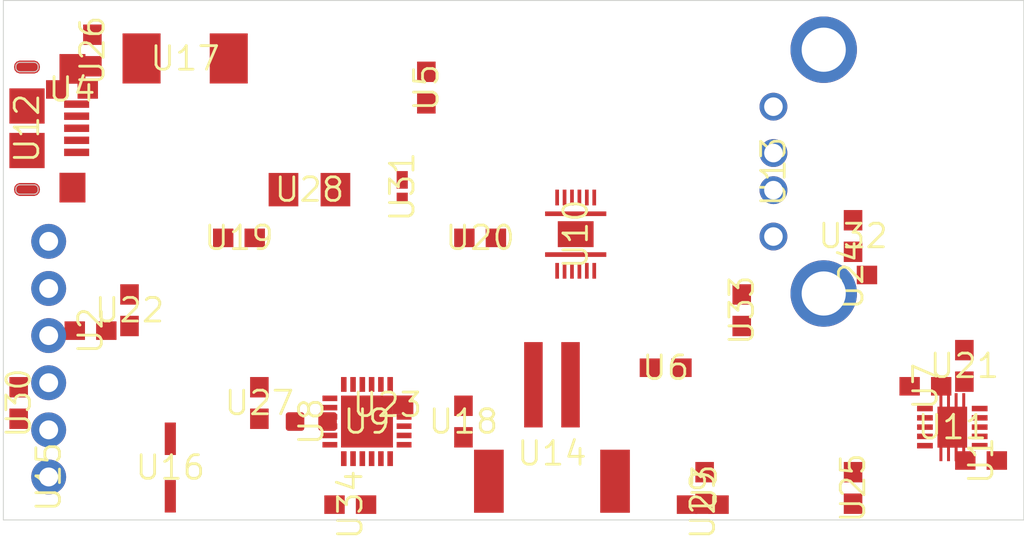
<source format=kicad_pcb>
 ( kicad_pcb  ( version 20171130 )
 ( host pcbnew "(5.1.4-0-10_14)" )
 ( general  ( thickness 1.6 )
 ( drawings 4 )
 ( tracks 0 )
 ( zones 0 )
 ( modules 34 )
 ( nets 39 )
)
 ( page A4 )
 ( layers  ( 0 Top signal )
 ( 31 Bottom signal )
 ( 32 B.Adhes user )
 ( 33 F.Adhes user )
 ( 34 B.Paste user )
 ( 35 F.Paste user )
 ( 36 B.SilkS user )
 ( 37 F.SilkS user )
 ( 38 B.Mask user )
 ( 39 F.Mask user )
 ( 40 Dwgs.User user )
 ( 41 Cmts.User user )
 ( 42 Eco1.User user )
 ( 43 Eco2.User user )
 ( 44 Edge.Cuts user )
 ( 45 Margin user )
 ( 46 B.CrtYd user )
 ( 47 F.CrtYd user )
 ( 48 B.Fab user )
 ( 49 F.Fab user )
)
 ( setup  ( last_trace_width 0.2 )
 ( trace_clearance 0.127 )
 ( zone_clearance 0.508 )
 ( zone_45_only no )
 ( trace_min 0.1524 )
 ( via_size 0.6 )
 ( via_drill 0.254 )
 ( via_min_size 0.4 )
 ( via_min_drill 0.254 )
 ( uvia_size 0.3 )
 ( uvia_drill 0.1 )
 ( uvias_allowed yes )
 ( uvia_min_size 0.2 )
 ( uvia_min_drill 0.1 )
 ( edge_width 0.05 )
 ( segment_width 0.2 )
 ( pcb_text_width 0.3 )
 ( pcb_text_size 1.5 1.5 )
 ( mod_edge_width 0.12 )
 ( mod_text_size 1 1 )
 ( mod_text_width 0.15 )
 ( pad_size 1.524 1.524 )
 ( pad_drill 0.762 )
 ( pad_to_mask_clearance 0.051 )
 ( solder_mask_min_width 0.25 )
 ( aux_axis_origin 0 0 )
 ( visible_elements 7FFFFFFF )
 ( pcbplotparams  ( layerselection 0x010fc_ffffffff )
 ( usegerberextensions false )
 ( usegerberattributes false )
 ( usegerberadvancedattributes false )
 ( creategerberjobfile false )
 ( excludeedgelayer true )
 ( linewidth 0.100000 )
 ( plotframeref false )
 ( viasonmask false )
 ( mode 1 )
 ( useauxorigin false )
 ( hpglpennumber 1 )
 ( hpglpenspeed 20 )
 ( hpglpendiameter 15.000000 )
 ( psnegative false )
 ( psa4output false )
 ( plotreference true )
 ( plotvalue true )
 ( plotinvisibletext false )
 ( padsonsilk false )
 ( subtractmaskfromsilk false )
 ( outputformat 1 )
 ( mirror false )
 ( drillshape 1 )
 ( scaleselection 1 )
 ( outputdirectory "" )
)
)
 ( net 0 "" )
 ( net 1 GND )
 ( net 2 3.3V )
 ( net 3 5V )
 ( net 4 "Net-(IC1-Pad24)" )
 ( net 5 "Net-(C4-Pad1)" )
 ( net 6 /REG )
 ( net 7 "Net-(C3-Pad2)" )
 ( net 8 "Net-(C3-Pad1)" )
 ( net 9 /VBAT_MAIN )
 ( net 10 /VBAT_CELL )
 ( net 11 "Net-(IC1-Pad12)" )
 ( net 12 "Net-(IC1-Pad11)" )
 ( net 13 "Net-(IC1-Pad10)" )
 ( net 14 "Net-(IC1-Pad9)" )
 ( net 15 /CHG_INT )
 ( net 16 /SDA )
 ( net 17 /SCL )
 ( net 18 "Net-(IC1-Pad4)" )
 ( net 19 "Net-(IC1-Pad3)" )
 ( net 20 "Net-(IC1-Pad2)" )
 ( net 21 "Net-(IC1-Pad1)" )
 ( net 22 /FUEL_INT )
 ( net 23 "Net-(IC2-Pad11)" )
 ( net 24 "Net-(IC2-Pad10)" )
 ( net 25 "Net-(IC2-Pad9)" )
 ( net 26 "Net-(IC2-Pad6)" )
 ( net 27 "Net-(C10-Pad1)" )
 ( net 28 "Net-(IC2-Pad4)" )
 ( net 29 "Net-(J1-PadID)" )
 ( net 30 "Net-(J2-Pad3)" )
 ( net 31 "Net-(J2-Pad2)" )
 ( net 32 "Net-(J3-PadNC2)" )
 ( net 33 "Net-(J3-PadNC1)" )
 ( net 34 "Net-(D2-PadC)" )
 ( net 35 "Net-(IC3-Pad8)" )
 ( net 36 "Net-(C7-Pad1)" )
 ( net 37 "Net-(IC3-Pad5)" )
 ( net 38 "Net-(IC3-Pad1)" )
 ( net_class Default "This is the default net class."  ( clearance 0.127 )
 ( trace_width 0.2 )
 ( via_dia 0.6 )
 ( via_drill 0.254 )
 ( uvia_dia 0.3 )
 ( uvia_drill 0.1 )
 ( add_net /CHG_INT )
 ( add_net /FUEL_INT )
 ( add_net /REG )
 ( add_net /SCL )
 ( add_net /SDA )
 ( add_net 3.3V )
 ( add_net GND )
 ( add_net "Net-(C10-Pad1)" )
 ( add_net "Net-(C3-Pad1)" )
 ( add_net "Net-(C3-Pad2)" )
 ( add_net "Net-(C4-Pad1)" )
 ( add_net "Net-(C7-Pad1)" )
 ( add_net "Net-(D2-PadC)" )
 ( add_net "Net-(IC1-Pad10)" )
 ( add_net "Net-(IC1-Pad11)" )
 ( add_net "Net-(IC1-Pad12)" )
 ( add_net "Net-(IC1-Pad2)" )
 ( add_net "Net-(IC1-Pad24)" )
 ( add_net "Net-(IC1-Pad3)" )
 ( add_net "Net-(IC1-Pad4)" )
 ( add_net "Net-(IC1-Pad9)" )
 ( add_net "Net-(IC2-Pad10)" )
 ( add_net "Net-(IC2-Pad11)" )
 ( add_net "Net-(IC2-Pad4)" )
 ( add_net "Net-(IC2-Pad9)" )
 ( add_net "Net-(IC3-Pad5)" )
 ( add_net "Net-(IC3-Pad8)" )
 ( add_net "Net-(J1-PadID)" )
 ( add_net "Net-(J2-Pad2)" )
 ( add_net "Net-(J2-Pad3)" )
 ( add_net "Net-(J3-PadNC1)" )
 ( add_net "Net-(J3-PadNC2)" )
)
 ( net_class Power ""  ( clearance 0.127 )
 ( trace_width 0.3048 )
 ( via_dia 0.6 )
 ( via_drill 0.254 )
 ( uvia_dia 0.3 )
 ( uvia_drill 0.1 )
 ( add_net /VBAT_CELL )
 ( add_net /VBAT_MAIN )
 ( add_net 5V )
 ( add_net "Net-(IC1-Pad1)" )
 ( add_net "Net-(IC2-Pad6)" )
 ( add_net "Net-(IC3-Pad1)" )
)
 ( module batteryCharger:JST-2-SMD locked  ( layer Top )
 ( tedit 5DCE038C )
 ( tstamp 5DC8CB2B )
 ( at 150.571200 114.147600 180.000000 )
 ( descr "<h3>JST-Right Angle Male Header SMT</h3>\n<p>Specifications:\n<ul><li>Pin count: 2</li>\n<li>Pin pitch: 2mm</li>\n</ul></p>\n<p><a href=”http://www.4uconnector.com/online/object/4udrawing/20404.pdf”>Datasheet referenced for footprint</a></p>\n<p>Example device(s):\n<ul><li>CONN_02</li>\n<li>JST_2MM_MALE</li>\n</ul></p>" )
 ( path /B665FDA9 )
 ( fp_text reference U14  ( at 0 -1.27 180 )
 ( layer F.SilkS )
 ( effects  ( font  ( size 1.27 1.27 )
 ( thickness 0.15 )
)
)
)
 ( fp_text value ""  ( at 0 -1.27 180 )
 ( layer F.SilkS )
 ( effects  ( font  ( size 1.27 1.27 )
 ( thickness 0.15 )
)
)
)
 ( fp_poly  ( pts  ( xy -4.5 -4.37 )
 ( xy 4.4 -4.37 )
 ( xy 4.4 3.33 )
 ( xy -4.5 3.33 )
)
 ( layer F.CrtYd )
 ( width 0.1 )
)
 ( pad NC2 smd rect  ( at 3.4 -2.77 270.000000 )
 ( size 3.4 1.6 )
 ( layers Top F.Mask F.Paste )
 ( net 32 "Net-(J3-PadNC2)" )
 ( solder_mask_margin 0.0635 )
)
 ( pad NC1 smd rect  ( at -3.4 -2.77 270.000000 )
 ( size 3.4 1.6 )
 ( layers Top F.Mask F.Paste )
 ( net 33 "Net-(J3-PadNC1)" )
 ( solder_mask_margin 0.0635 )
)
 ( pad 2 smd rect  ( at 1 2.43 180.000000 )
 ( size 1 4.6 )
 ( layers Top F.Mask F.Paste )
 ( net 26 "Net-(IC2-Pad6)" )
 ( solder_mask_margin 0.0635 )
)
 ( pad 1 smd rect  ( at -1 2.43 180.000000 )
 ( size 1 4.6 )
 ( layers Top F.Mask F.Paste )
 ( net 1 GND )
 ( solder_mask_margin 0.0635 )
)
)
 ( module batteryCharger:UE27AC54100 locked  ( layer Top )
 ( tedit 5DCE0580 )
 ( tstamp 5DC8CB18 )
 ( at 168.859200 100.228400 90.000000 )
 ( descr "<b>UE27AC54100</b><br>\n" )
 ( path /C3E76336 )
 ( fp_text reference U13  ( at 0 -6.35 90 )
 ( layer F.SilkS )
 ( effects  ( font  ( size 1.27 1.27 )
 ( thickness 0.15 )
)
)
)
 ( fp_text value ""  ( at 0 -6.35 90 )
 ( layer F.SilkS )
 ( effects  ( font  ( size 1.27 1.27 )
 ( thickness 0.15 )
)
)
)
 ( fp_poly  ( pts  ( xy -6.6 -7.25 )
 ( xy 6.6 -7.25 )
 ( xy 6.6 6.75 )
 ( xy -6.6 6.75 )
 ( xy -6.6 -7.15 )
)
 ( layer F.CrtYd )
 ( width 0.1 )
)
 ( pad 6 thru_hole circle  ( at 6.57 -3.64 90.000000 )
 ( size 3.58 3.58 )
 ( drill 2.38 )
 ( layers *.Cu *.Mask )
 ( net 1 GND )
 ( solder_mask_margin 0.0635 )
)
 ( pad 5 thru_hole circle  ( at -6.57 -3.64 90.000000 )
 ( size 3.58 3.58 )
 ( drill 2.38 )
 ( layers *.Cu *.Mask )
 ( net 1 GND )
 ( solder_mask_margin 0.0635 )
)
 ( pad 4 thru_hole circle  ( at 3.5 -6.35 90.000000 )
 ( size 1.5 1.5 )
 ( drill 1 )
 ( layers *.Cu *.Mask )
 ( net 1 GND )
 ( solder_mask_margin 0.0635 )
)
 ( pad 3 thru_hole circle  ( at 1 -6.35 90.000000 )
 ( size 1.5 1.5 )
 ( drill 1 )
 ( layers *.Cu *.Mask )
 ( net 30 "Net-(J2-Pad3)" )
 ( solder_mask_margin 0.0635 )
)
 ( pad 2 thru_hole circle  ( at -1 -6.35 90.000000 )
 ( size 1.5 1.5 )
 ( drill 1 )
 ( layers *.Cu *.Mask )
 ( net 31 "Net-(J2-Pad2)" )
 ( solder_mask_margin 0.0635 )
)
 ( pad 1 thru_hole circle  ( at -3.5 -6.35 90.000000 )
 ( size 1.5 1.5 )
 ( drill 1 )
 ( layers *.Cu *.Mask )
 ( net 3 5V )
 ( solder_mask_margin 0.0635 )
)
)
 ( module batteryCharger:1X06 locked  ( layer Top )
 ( tedit 5DCDF9C7 )
 ( tstamp 5DC8CB3B )
 ( at 123.444000 110.337600 90.000000 )
 ( descr "<h3>Plated Through Hole - 6 Pin</h3>\n<p>Specifications:\n<ul><li>Pin count:6</li>\n<li>Pin pitch:0.1\"</li>\n</ul></p>\n<p>Example device(s):\n<ul><li>CONN_06</li>\n</ul></p>" )
 ( path /FA7CA15B )
 ( fp_text reference U15  ( at -6.35 0 90 )
 ( layer F.SilkS )
 ( effects  ( font  ( size 1.27 1.27 )
 ( thickness 0.15 )
)
)
)
 ( fp_text value ""  ( at -6.35 0 90 )
 ( layer F.SilkS )
 ( effects  ( font  ( size 1.27 1.27 )
 ( thickness 0.15 )
)
)
)
 ( fp_poly  ( pts  ( xy -7.35 -1 )
 ( xy 7.4 -1 )
 ( xy 7.4 1 )
 ( xy -7.35 1 )
)
 ( layer F.CrtYd )
 ( width 0.1 )
)
 ( fp_poly  ( pts  ( xy -7.35 -1 )
 ( xy 7.4 -1 )
 ( xy 7.4 1 )
 ( xy -7.35 1 )
)
 ( layer B.CrtYd )
 ( width 0.1 )
)
 ( pad 6 thru_hole circle  ( at 6.35 0 180.000000 )
 ( size 1.8796 1.8796 )
 ( drill 1.016 )
 ( layers *.Cu *.Mask )
 ( net 1 GND )
 ( solder_mask_margin 0.0635 )
)
 ( pad 5 thru_hole circle  ( at 3.81 0 180.000000 )
 ( size 1.8796 1.8796 )
 ( drill 1.016 )
 ( layers *.Cu *.Mask )
 ( net 2 3.3V )
 ( solder_mask_margin 0.0635 )
)
 ( pad 4 thru_hole circle  ( at 1.27 0 180.000000 )
 ( size 1.8796 1.8796 )
 ( drill 1.016 )
 ( layers *.Cu *.Mask )
 ( net 17 /SCL )
 ( solder_mask_margin 0.0635 )
)
 ( pad 3 thru_hole circle  ( at -1.27 0 180.000000 )
 ( size 1.8796 1.8796 )
 ( drill 1.016 )
 ( layers *.Cu *.Mask )
 ( net 16 /SDA )
 ( solder_mask_margin 0.0635 )
)
 ( pad 2 thru_hole circle  ( at -3.81 0 180.000000 )
 ( size 1.8796 1.8796 )
 ( drill 1.016 )
 ( layers *.Cu *.Mask )
 ( net 15 /CHG_INT )
 ( solder_mask_margin 0.0635 )
)
 ( pad 1 thru_hole circle  ( at -6.35 0 180.000000 )
 ( size 1.8796 1.8796 )
 ( drill 1.016 )
 ( layers *.Cu *.Mask )
 ( net 22 /FUEL_INT )
 ( solder_mask_margin 0.0635 )
)
)
 ( module batteryCharger:10118193-0001LF locked  ( layer Top )
 ( tedit 5DCDFC4E )
 ( tstamp 5DC8CAF9 )
 ( at 123.545600 97.891600 270.000000 )
 ( path /449C7C68 )
 ( fp_text reference U12  ( at 0 1.27 270 )
 ( layer F.SilkS )
 ( effects  ( font  ( size 1.27 1.27 )
 ( thickness 0.15 )
)
)
)
 ( fp_text value ""  ( at 0 1.27 270 )
 ( layer F.SilkS )
 ( effects  ( font  ( size 1.27 1.27 )
 ( thickness 0.15 )
)
)
)
 ( fp_poly  ( pts  ( xy -4.25 -2.23 )
 ( xy 4.25 -2.23 )
 ( xy 4.25 2.27 )
 ( xy -4.25 2.27 )
)
 ( layer F.CrtYd )
 ( width 0.1 )
)
 ( fp_poly  ( pts  ( xy 2.9 0.87 )
 ( xy 2.9 1.72 )
 ( xy 2.945776 1.850133 )
 ( xy 3.037868 1.952843 )
 ( xy 3.3 2.02 )
 ( xy 3.445409 2.001022 )
 ( xy 3.572487 1.927843 )
 ( xy 3.7 1.67 )
 ( xy 3.7 0.82 )
 ( xy 3.654224 0.689867 )
 ( xy 3.562132 0.587157 )
 ( xy 3.3 0.52 )
 ( xy 3.154591 0.538978 )
 ( xy 3.027513 0.612157 )
)
 ( layer F.Mask )
 ( width 0 )
)
 ( fp_poly  ( pts  ( xy -3.7 0.82 )
 ( xy -3.7 1.67 )
 ( xy -3.661888 1.811603 )
 ( xy -3.572487 1.927843 )
 ( xy -3.3 2.02 )
 ( xy -3.162255 2.012492 )
 ( xy -3.037868 1.952843 )
 ( xy -2.945776 1.850133 )
 ( xy -2.9 1.72 )
 ( xy -2.9 0.87 )
 ( xy -2.938112 0.728397 )
 ( xy -3.027513 0.612157 )
 ( xy -3.3 0.52 )
 ( xy -3.437745 0.527508 )
 ( xy -3.562132 0.587157 )
)
 ( layer F.Mask )
 ( width 0 )
)
 ( fp_poly  ( pts  ( xy 2.95 0.87 )
 ( xy 2.95 1.67 )
 ( xy 3.006042 1.829151 )
 ( xy 3.134151 1.938958 )
 ( xy 3.3 1.97 )
 ( xy 3.465849 1.938958 )
 ( xy 3.593958 1.829151 )
 ( xy 3.65 1.67 )
 ( xy 3.65 0.87 )
 ( xy 3.593958 0.710849 )
 ( xy 3.465849 0.601042 )
 ( xy 3.3 0.57 )
 ( xy 3.134151 0.601042 )
 ( xy 3.006042 0.710849 )
)
 ( layer F.Paste )
 ( width 0 )
)
 ( fp_poly  ( pts  ( xy -3.65 0.87 )
 ( xy -3.65 1.67 )
 ( xy -3.593958 1.829151 )
 ( xy -3.465849 1.938958 )
 ( xy -3.3 1.97 )
 ( xy -3.134151 1.938958 )
 ( xy -3.006042 1.829151 )
 ( xy -2.95 1.67 )
 ( xy -2.95 0.87 )
 ( xy -3.006042 0.710849 )
 ( xy -3.134151 0.601042 )
 ( xy -3.3 0.57 )
 ( xy -3.465849 0.601042 )
 ( xy -3.593958 0.710849 )
)
 ( layer F.Paste )
 ( width 0 )
)
 ( fp_arc  ( start 3.275 0.895 )
 ( end 3.05 0.87 )
 ( angle 90 )
 ( layer Edge.Cuts )
 ( width 0.05 )
)
 ( fp_line  ( start 3.05 1.67 )
 ( end 3.05 0.87 )
 ( layer Edge.Cuts )
 ( width 0.05 )
)
 ( fp_arc  ( start 3.275 1.645 )
 ( end 3.3 1.87 )
 ( angle 90 )
 ( layer Edge.Cuts )
 ( width 0.05 )
)
 ( fp_arc  ( start 3.325 1.645 )
 ( end 3.55 1.67 )
 ( angle 90 )
 ( layer Edge.Cuts )
 ( width 0.05 )
)
 ( fp_line  ( start 3.55 0.87 )
 ( end 3.55 1.67 )
 ( layer Edge.Cuts )
 ( width 0.05 )
)
 ( fp_arc  ( start 3.325 0.895 )
 ( end 3.3 0.67 )
 ( angle 90 )
 ( layer Edge.Cuts )
 ( width 0.05 )
)
 ( fp_poly  ( pts  ( xy 2.95 0.87 )
 ( xy 2.95 1.67 )
 ( xy 3.006042 1.829151 )
 ( xy 3.134151 1.938958 )
 ( xy 3.3 1.97 )
 ( xy 3.465849 1.938958 )
 ( xy 3.593958 1.829151 )
 ( xy 3.65 1.67 )
 ( xy 3.65 0.87 )
 ( xy 3.593958 0.710849 )
 ( xy 3.465849 0.601042 )
 ( xy 3.3 0.57 )
 ( xy 3.134151 0.601042 )
 ( xy 3.006042 0.710849 )
)
 ( layer Top )
 ( width 0 )
)
 ( fp_arc  ( start -3.325 0.895 )
 ( end -3.55 0.87 )
 ( angle 90 )
 ( layer Edge.Cuts )
 ( width 0.05 )
)
 ( fp_line  ( start -3.55 1.67 )
 ( end -3.55 0.87 )
 ( layer Edge.Cuts )
 ( width 0.05 )
)
 ( fp_arc  ( start -3.325 1.645 )
 ( end -3.3 1.87 )
 ( angle 90 )
 ( layer Edge.Cuts )
 ( width 0.05 )
)
 ( fp_arc  ( start -3.275 1.645 )
 ( end -3.05 1.67 )
 ( angle 90 )
 ( layer Edge.Cuts )
 ( width 0.05 )
)
 ( fp_line  ( start -3.05 0.87 )
 ( end -3.05 1.67 )
 ( layer Edge.Cuts )
 ( width 0.05 )
)
 ( fp_arc  ( start -3.275 0.895 )
 ( end -3.3 0.67 )
 ( angle 90 )
 ( layer Edge.Cuts )
 ( width 0.05 )
)
 ( fp_poly  ( pts  ( xy -3.65 0.87 )
 ( xy -3.65 1.67 )
 ( xy -3.593958 1.829151 )
 ( xy -3.465849 1.938958 )
 ( xy -3.3 1.97 )
 ( xy -3.134151 1.938958 )
 ( xy -3.006042 1.829151 )
 ( xy -2.95 1.67 )
 ( xy -2.95 0.87 )
 ( xy -3.006042 0.710849 )
 ( xy -3.134151 0.601042 )
 ( xy -3.3 0.57 )
 ( xy -3.465849 0.601042 )
 ( xy -3.593958 0.710849 )
)
 ( layer Top )
 ( width 0 )
)
 ( pad SHIELD$4 smd rect  ( at 1.2 1.27 270.000000 )
 ( size 1.9 1.9 )
 ( layers Top F.Mask F.Paste )
 ( net 1 GND )
 ( solder_mask_margin 0.0635 )
)
 ( pad SHIELD$3 smd rect  ( at -1.2 1.27 270.000000 )
 ( size 1.9 1.9 )
 ( layers Top F.Mask F.Paste )
 ( net 1 GND )
 ( solder_mask_margin 0.0635 )
)
 ( pad GND smd rect  ( at 1.3 -1.405 270.000000 )
 ( size 0.4 1.35 )
 ( layers Top F.Mask F.Paste )
 ( net 1 GND )
 ( solder_mask_margin 0.0635 )
)
 ( pad VCC smd rect  ( at -1.3 -1.405 270.000000 )
 ( size 0.4 1.35 )
 ( layers Top F.Mask F.Paste )
 ( net 21 "Net-(IC1-Pad1)" )
 ( solder_mask_margin 0.0635 )
)
 ( pad D- smd rect  ( at -0.65 -1.405 270.000000 )
 ( size 0.4 1.35 )
 ( layers Top F.Mask F.Paste )
 ( net 19 "Net-(IC1-Pad3)" )
 ( solder_mask_margin 0.0635 )
)
 ( pad ID smd rect  ( at 0.65 -1.405 270.000000 )
 ( size 0.4 1.35 )
 ( layers Top F.Mask F.Paste )
 ( net 29 "Net-(J1-PadID)" )
 ( solder_mask_margin 0.0635 )
)
 ( pad D+ smd rect  ( at 0 -1.405 270.000000 )
 ( size 0.4 1.35 )
 ( layers Top F.Mask F.Paste )
 ( net 20 "Net-(IC1-Pad2)" )
 ( solder_mask_margin 0.0635 )
)
 ( pad SHIELD$2 smd rect  ( at 3.2 -1.18 270.000000 )
 ( size 1.6 1.4 )
 ( layers Top F.Mask F.Paste )
 ( net 1 GND )
 ( solder_mask_margin 0.0635 )
)
 ( pad SHIELD$1 smd rect  ( at -3.2 -1.18 270.000000 )
 ( size 1.6 1.4 )
 ( layers Top F.Mask F.Paste )
 ( net 1 GND )
 ( solder_mask_margin 0.0635 )
)
)
 ( module batteryCharger:0603  ( layer Top )
 ( tedit 5DCDFB95 )
 ( tstamp 5DC8CC28 )
 ( at 173.700000 115.800000 )
 ( descr "<p><b>Generic 1608 (0603) package</b></p>\n<p>0.2mm courtyard excess rounded to nearest 0.05mm.</p>" )
 ( path /831A5F64 )
 ( fp_text reference U1  ( at 0 0 90 )
 ( layer F.SilkS )
 ( effects  ( font  ( size 1.27 1.27 )
 ( thickness 0.15 )
)
)
)
 ( fp_text value ""  ( at 0 0 90 )
 ( layer F.SilkS )
 ( effects  ( font  ( size 1.27 1.27 )
 ( thickness 0.15 )
)
)
)
 ( fp_poly  ( pts  ( xy -1.6 -0.7 )
 ( xy 1.6 -0.7 )
 ( xy 1.6 0.7 )
 ( xy -1.6 0.7 )
)
 ( layer F.CrtYd )
 ( width 0.1 )
)
 ( pad 2 smd rect  ( at 0.85 0 )
 ( size 1.1 1 )
 ( layers Top F.Mask F.Paste )
 ( net 1 GND )
 ( solder_mask_margin 0.0635 )
)
 ( pad 1 smd rect  ( at -0.85 0 )
 ( size 1.1 1 )
 ( layers Top F.Mask F.Paste )
 ( net 5 "Net-(C4-Pad1)" )
 ( solder_mask_margin 0.0635 )
)
)
 ( module batteryCharger:0603  ( layer Top )
 ( tedit 5DCDFB95 )
 ( tstamp 5DC8CA29 )
 ( at 125.700000 108.800000 180.000000 )
 ( descr "<p><b>Generic 1608 (0603) package</b></p>\n<p>0.2mm courtyard excess rounded to nearest 0.05mm.</p>" )
 ( path /2CB5EB77 )
 ( fp_text reference U2  ( at 0 0 90 )
 ( layer F.SilkS )
 ( effects  ( font  ( size 1.27 1.27 )
 ( thickness 0.15 )
)
)
)
 ( fp_text value ""  ( at 0 0 90 )
 ( layer F.SilkS )
 ( effects  ( font  ( size 1.27 1.27 )
 ( thickness 0.15 )
)
)
)
 ( fp_poly  ( pts  ( xy -1.6 -0.7 )
 ( xy 1.6 -0.7 )
 ( xy 1.6 0.7 )
 ( xy -1.6 0.7 )
)
 ( layer F.CrtYd )
 ( width 0.1 )
)
 ( pad 2 smd rect  ( at 0.85 0 180.000000 )
 ( size 1.1 1 )
 ( layers Top F.Mask F.Paste )
 ( net 1 GND )
 ( solder_mask_margin 0.0635 )
)
 ( pad 1 smd rect  ( at -0.85 0 180.000000 )
 ( size 1.1 1 )
 ( layers Top F.Mask F.Paste )
 ( net 3 5V )
 ( solder_mask_margin 0.0635 )
)
)
 ( module batteryCharger:0603  ( layer Top )
 ( tedit 5DCDFB95 )
 ( tstamp 5DC8CA37 )
 ( at 158.800000 117.278600 270.000000 )
 ( descr "<p><b>Generic 1608 (0603) package</b></p>\n<p>0.2mm courtyard excess rounded to nearest 0.05mm.</p>" )
 ( path /483159C7 )
 ( fp_text reference U3  ( at 0 0 270 )
 ( layer F.SilkS )
 ( effects  ( font  ( size 1.27 1.27 )
 ( thickness 0.15 )
)
)
)
 ( fp_text value ""  ( at 0 0 270 )
 ( layer F.SilkS )
 ( effects  ( font  ( size 1.27 1.27 )
 ( thickness 0.15 )
)
)
)
 ( fp_poly  ( pts  ( xy -1.6 -0.7 )
 ( xy 1.6 -0.7 )
 ( xy 1.6 0.7 )
 ( xy -1.6 0.7 )
)
 ( layer F.CrtYd )
 ( width 0.1 )
)
 ( pad 2 smd rect  ( at 0.85 0 270.000000 )
 ( size 1.1 1 )
 ( layers Top F.Mask F.Paste )
 ( net 1 GND )
 ( solder_mask_margin 0.0635 )
)
 ( pad 1 smd rect  ( at -0.85 0 270.000000 )
 ( size 1.1 1 )
 ( layers Top F.Mask F.Paste )
 ( net 9 /VBAT_MAIN )
 ( solder_mask_margin 0.0635 )
)
)
 ( module batteryCharger:0603  ( layer Top )
 ( tedit 5DCDFB95 )
 ( tstamp 5DC8CA45 )
 ( at 124.700000 95.800000 )
 ( descr "<p><b>Generic 1608 (0603) package</b></p>\n<p>0.2mm courtyard excess rounded to nearest 0.05mm.</p>" )
 ( path /24FC589D )
 ( fp_text reference U4  ( at 0 0 180 )
 ( layer F.SilkS )
 ( effects  ( font  ( size 1.27 1.27 )
 ( thickness 0.15 )
)
)
)
 ( fp_text value ""  ( at 0 0 180 )
 ( layer F.SilkS )
 ( effects  ( font  ( size 1.27 1.27 )
 ( thickness 0.15 )
)
)
)
 ( fp_poly  ( pts  ( xy -1.6 -0.7 )
 ( xy 1.6 -0.7 )
 ( xy 1.6 0.7 )
 ( xy -1.6 0.7 )
)
 ( layer F.CrtYd )
 ( width 0.1 )
)
 ( pad 2 smd rect  ( at 0.85 0 )
 ( size 1.1 1 )
 ( layers Top F.Mask F.Paste )
 ( net 7 "Net-(C3-Pad2)" )
 ( solder_mask_margin 0.0635 )
)
 ( pad 1 smd rect  ( at -0.85 0 )
 ( size 1.1 1 )
 ( layers Top F.Mask F.Paste )
 ( net 8 "Net-(C3-Pad1)" )
 ( solder_mask_margin 0.0635 )
)
)
 ( module batteryCharger:0603  ( layer Top )
 ( tedit 5DCDFB95 )
 ( tstamp 5DC8CA53 )
 ( at 143.800000 95.700000 90.000000 )
 ( descr "<p><b>Generic 1608 (0603) package</b></p>\n<p>0.2mm courtyard excess rounded to nearest 0.05mm.</p>" )
 ( path /DAF477DA )
 ( fp_text reference U5  ( at 0 0 90 )
 ( layer F.SilkS )
 ( effects  ( font  ( size 1.27 1.27 )
 ( thickness 0.15 )
)
)
)
 ( fp_text value ""  ( at 0 0 90 )
 ( layer F.SilkS )
 ( effects  ( font  ( size 1.27 1.27 )
 ( thickness 0.15 )
)
)
)
 ( fp_poly  ( pts  ( xy -1.6 -0.7 )
 ( xy 1.6 -0.7 )
 ( xy 1.6 0.7 )
 ( xy -1.6 0.7 )
)
 ( layer F.CrtYd )
 ( width 0.1 )
)
 ( pad 2 smd rect  ( at 0.85 0 90.000000 )
 ( size 1.1 1 )
 ( layers Top F.Mask F.Paste )
 ( net 1 GND )
 ( solder_mask_margin 0.0635 )
)
 ( pad 1 smd rect  ( at -0.85 0 90.000000 )
 ( size 1.1 1 )
 ( layers Top F.Mask F.Paste )
 ( net 6 /REG )
 ( solder_mask_margin 0.0635 )
)
)
 ( module batteryCharger:0603  ( layer Top )
 ( tedit 5DCDFB95 )
 ( tstamp 5DC8CA61 )
 ( at 156.700000 110.800000 )
 ( descr "<p><b>Generic 1608 (0603) package</b></p>\n<p>0.2mm courtyard excess rounded to nearest 0.05mm.</p>" )
 ( path /2435BEF6 )
 ( fp_text reference U6  ( at 0 0 )
 ( layer F.SilkS )
 ( effects  ( font  ( size 1.27 1.27 )
 ( thickness 0.15 )
)
)
)
 ( fp_text value ""  ( at 0 0 )
 ( layer F.SilkS )
 ( effects  ( font  ( size 1.27 1.27 )
 ( thickness 0.15 )
)
)
)
 ( fp_poly  ( pts  ( xy -1.6 -0.7 )
 ( xy 1.6 -0.7 )
 ( xy 1.6 0.7 )
 ( xy -1.6 0.7 )
)
 ( layer F.CrtYd )
 ( width 0.1 )
)
 ( pad 2 smd rect  ( at 0.85 0 )
 ( size 1.1 1 )
 ( layers Top F.Mask F.Paste )
 ( net 1 GND )
 ( solder_mask_margin 0.0635 )
)
 ( pad 1 smd rect  ( at -0.85 0 )
 ( size 1.1 1 )
 ( layers Top F.Mask F.Paste )
 ( net 36 "Net-(C7-Pad1)" )
 ( solder_mask_margin 0.0635 )
)
)
 ( module batteryCharger:0603  ( layer Top )
 ( tedit 5DCDFB95 )
 ( tstamp 5DC8CA6F )
 ( at 170.700000 111.800000 180.000000 )
 ( descr "<p><b>Generic 1608 (0603) package</b></p>\n<p>0.2mm courtyard excess rounded to nearest 0.05mm.</p>" )
 ( path /EC6A4D83 )
 ( fp_text reference U7  ( at 0 0 270 )
 ( layer F.SilkS )
 ( effects  ( font  ( size 1.27 1.27 )
 ( thickness 0.15 )
)
)
)
 ( fp_text value ""  ( at 0 0 270 )
 ( layer F.SilkS )
 ( effects  ( font  ( size 1.27 1.27 )
 ( thickness 0.15 )
)
)
)
 ( fp_poly  ( pts  ( xy -1.6 -0.7 )
 ( xy 1.6 -0.7 )
 ( xy 1.6 0.7 )
 ( xy -1.6 0.7 )
)
 ( layer F.CrtYd )
 ( width 0.1 )
)
 ( pad 2 smd rect  ( at 0.85 0 180.000000 )
 ( size 1.1 1 )
 ( layers Top F.Mask F.Paste )
 ( net 1 GND )
 ( solder_mask_margin 0.0635 )
)
 ( pad 1 smd rect  ( at -0.85 0 180.000000 )
 ( size 1.1 1 )
 ( layers Top F.Mask F.Paste )
 ( net 10 /VBAT_CELL )
 ( solder_mask_margin 0.0635 )
)
)
 ( module batteryCharger:LED-0603  ( layer Top )
 ( tedit 5DCE041B )
 ( tstamp 5DC8CA7D )
 ( at 137.600000 113.700000 )
 ( descr "<B>LED 0603 SMT</B><p>\n0603, surface mount.\n<p>Specifications:\n<ul><li>Pin count: 2</li>\n<li>Pin pitch:0.075inch </li>\n<li>Area: 0.06\" x 0.03\"</li>\n</ul></p>\n<p>Example device(s):\n<ul><li>LED - BLUE</li>" )
 ( path /8583A422 )
 ( fp_text reference U8  ( at 0 0 90 )
 ( layer F.SilkS )
 ( effects  ( font  ( size 1.27 1.27 )
 ( thickness 0.15 )
)
)
)
 ( fp_text value ""  ( at 0 0 90 )
 ( layer F.SilkS )
 ( effects  ( font  ( size 1.27 1.27 )
 ( thickness 0.15 )
)
)
)
 ( fp_poly  ( pts  ( xy -1.5 -0.6 )
 ( xy 1.5 -0.6 )
 ( xy 1.5 0.6 )
 ( xy -1.5 0.6 )
)
 ( layer F.CrtYd )
 ( width 0.1 )
)
 ( pad A smd roundrect  ( at -0.877 0 270.000000 )
 ( size 1 1 )
 ( layers Top F.Mask F.Paste )
 ( roundrect_rratio 0.15 )
 ( net 9 /VBAT_MAIN )
 ( solder_mask_margin 0.0635 )
)
 ( pad C smd roundrect  ( at 0.877 0 270.000000 )
 ( size 1 1 )
 ( layers Top F.Mask F.Paste )
 ( roundrect_rratio 0.15 )
 ( net 34 "Net-(D2-PadC)" )
 ( solder_mask_margin 0.0635 )
)
)
 ( module batteryCharger:QFN50P400X400X100-25N  ( layer Top )
 ( tedit 5DCE0483 )
 ( tstamp 5DC8CA87 )
 ( at 140.600000 113.700000 90.000000 )
 ( descr "<b>RGE (S-PVQFN-N24)_2</b><br>\n" )
 ( path /22F7723E )
 ( fp_text reference U9  ( at 0 0 )
 ( layer F.SilkS )
 ( effects  ( font  ( size 1.27 1.27 )
 ( thickness 0.15 )
)
)
)
 ( fp_text value ""  ( at 0 0 )
 ( layer F.SilkS )
 ( effects  ( font  ( size 1.27 1.27 )
 ( thickness 0.15 )
)
)
)
 ( fp_poly  ( pts  ( xy -2.6 -2.5 )
 ( xy 2.6 -2.5 )
 ( xy 2.6 2.5 )
 ( xy -2.6 2.5 )
)
 ( layer F.CrtYd )
 ( width 0.1 )
)
 ( pad 25 smd rect  ( at 0 0 180.000000 )
 ( size 2.8 2.8 )
 ( layers Top F.Mask F.Paste )
 ( net 1 GND )
 ( solder_mask_margin 0.0635 )
)
 ( pad 24 smd rect  ( at -1.25 -2 180.000000 )
 ( size 0.8 0.3 )
 ( layers Top F.Mask F.Paste )
 ( net 4 "Net-(IC1-Pad24)" )
 ( solder_mask_margin 0.0635 )
)
 ( pad 23 smd rect  ( at -0.75 -2 180.000000 )
 ( size 0.8 0.3 )
 ( layers Top F.Mask F.Paste )
 ( net 5 "Net-(C4-Pad1)" )
 ( solder_mask_margin 0.0635 )
)
 ( pad 22 smd rect  ( at -0.25 -2 180.000000 )
 ( size 0.8 0.3 )
 ( layers Top F.Mask F.Paste )
 ( net 6 /REG )
 ( solder_mask_margin 0.0635 )
)
 ( pad 21 smd rect  ( at 0.25 -2 180.000000 )
 ( size 0.8 0.3 )
 ( layers Top F.Mask F.Paste )
 ( net 7 "Net-(C3-Pad2)" )
 ( solder_mask_margin 0.0635 )
)
 ( pad 20 smd rect  ( at 0.75 -2 180.000000 )
 ( size 0.8 0.3 )
 ( layers Top F.Mask F.Paste )
 ( net 8 "Net-(C3-Pad1)" )
 ( solder_mask_margin 0.0635 )
)
 ( pad 19 smd rect  ( at 1.25 -2 180.000000 )
 ( size 0.8 0.3 )
 ( layers Top F.Mask F.Paste )
 ( net 8 "Net-(C3-Pad1)" )
 ( solder_mask_margin 0.0635 )
)
 ( pad 18 smd rect  ( at 2 -1.25 90.000000 )
 ( size 0.8 0.3 )
 ( layers Top F.Mask F.Paste )
 ( net 1 GND )
 ( solder_mask_margin 0.0635 )
)
 ( pad 17 smd rect  ( at 2 -0.75 90.000000 )
 ( size 0.8 0.3 )
 ( layers Top F.Mask F.Paste )
 ( net 1 GND )
 ( solder_mask_margin 0.0635 )
)
 ( pad 16 smd rect  ( at 2 -0.25 90.000000 )
 ( size 0.8 0.3 )
 ( layers Top F.Mask F.Paste )
 ( net 9 /VBAT_MAIN )
 ( solder_mask_margin 0.0635 )
)
 ( pad 15 smd rect  ( at 2 0.25 90.000000 )
 ( size 0.8 0.3 )
 ( layers Top F.Mask F.Paste )
 ( net 9 /VBAT_MAIN )
 ( solder_mask_margin 0.0635 )
)
 ( pad 14 smd rect  ( at 2 0.75 90.000000 )
 ( size 0.8 0.3 )
 ( layers Top F.Mask F.Paste )
 ( net 10 /VBAT_CELL )
 ( solder_mask_margin 0.0635 )
)
 ( pad 13 smd rect  ( at 2 1.25 90.000000 )
 ( size 0.8 0.3 )
 ( layers Top F.Mask F.Paste )
 ( net 10 /VBAT_CELL )
 ( solder_mask_margin 0.0635 )
)
 ( pad 12 smd rect  ( at 1.25 2 180.000000 )
 ( size 0.8 0.3 )
 ( layers Top F.Mask F.Paste )
 ( net 11 "Net-(IC1-Pad12)" )
 ( solder_mask_margin 0.0635 )
)
 ( pad 11 smd rect  ( at 0.75 2 180.000000 )
 ( size 0.8 0.3 )
 ( layers Top F.Mask F.Paste )
 ( net 12 "Net-(IC1-Pad11)" )
 ( solder_mask_margin 0.0635 )
)
 ( pad 10 smd rect  ( at 0.25 2 180.000000 )
 ( size 0.8 0.3 )
 ( layers Top F.Mask F.Paste )
 ( net 13 "Net-(IC1-Pad10)" )
 ( solder_mask_margin 0.0635 )
)
 ( pad 9 smd rect  ( at -0.25 2 180.000000 )
 ( size 0.8 0.3 )
 ( layers Top F.Mask F.Paste )
 ( net 14 "Net-(IC1-Pad9)" )
 ( solder_mask_margin 0.0635 )
)
 ( pad 8 smd rect  ( at -0.75 2 180.000000 )
 ( size 0.8 0.3 )
 ( layers Top F.Mask F.Paste )
 ( net 9 /VBAT_MAIN )
 ( solder_mask_margin 0.0635 )
)
 ( pad 7 smd rect  ( at -1.25 2 180.000000 )
 ( size 0.8 0.3 )
 ( layers Top F.Mask F.Paste )
 ( net 15 /CHG_INT )
 ( solder_mask_margin 0.0635 )
)
 ( pad 6 smd rect  ( at -2 1.25 90.000000 )
 ( size 0.8 0.3 )
 ( layers Top F.Mask F.Paste )
 ( net 16 /SDA )
 ( solder_mask_margin 0.0635 )
)
 ( pad 5 smd rect  ( at -2 0.75 90.000000 )
 ( size 0.8 0.3 )
 ( layers Top F.Mask F.Paste )
 ( net 17 /SCL )
 ( solder_mask_margin 0.0635 )
)
 ( pad 4 smd rect  ( at -2 0.25 90.000000 )
 ( size 0.8 0.3 )
 ( layers Top F.Mask F.Paste )
 ( net 18 "Net-(IC1-Pad4)" )
 ( solder_mask_margin 0.0635 )
)
 ( pad 3 smd rect  ( at -2 -0.25 90.000000 )
 ( size 0.8 0.3 )
 ( layers Top F.Mask F.Paste )
 ( net 19 "Net-(IC1-Pad3)" )
 ( solder_mask_margin 0.0635 )
)
 ( pad 2 smd rect  ( at -2 -0.75 90.000000 )
 ( size 0.8 0.3 )
 ( layers Top F.Mask F.Paste )
 ( net 20 "Net-(IC1-Pad2)" )
 ( solder_mask_margin 0.0635 )
)
 ( pad 1 smd rect  ( at -2 -1.25 90.000000 )
 ( size 0.8 0.3 )
 ( layers Top F.Mask F.Paste )
 ( net 21 "Net-(IC1-Pad1)" )
 ( solder_mask_margin 0.0635 )
)
)
 ( module batteryCharger:BQ27441DRZRG1A  ( layer Top )
 ( tedit 5DCDFC87 )
 ( tstamp 5DC8CAAD )
 ( at 151.850000 103.600000 )
 ( descr "<b>DRZ (S-PDSO-N12)</b><br>\n" )
 ( path /BC34DC86 )
 ( fp_text reference U10  ( at 0 0 270 )
 ( layer F.SilkS )
 ( effects  ( font  ( size 1.27 1.27 )
 ( thickness 0.15 )
)
)
)
 ( fp_text value ""  ( at 0 0 270 )
 ( layer F.SilkS )
 ( effects  ( font  ( size 1.27 1.27 )
 ( thickness 0.15 )
)
)
)
 ( fp_poly  ( pts  ( xy -1.75 -2.5 )
 ( xy 1.75 -2.5 )
 ( xy 1.75 2.5 )
 ( xy -1.75 2.5 )
)
 ( layer F.CrtYd )
 ( width 0.1 )
)
 ( pad 15 smd rect  ( at 0 1.1 )
 ( size 3.3 0.25 )
 ( layers Top F.Mask F.Paste )
 ( solder_mask_margin 0.0635 )
)
 ( pad 14 smd rect  ( at 0 -1.1 )
 ( size 3.3 0.25 )
 ( layers Top F.Mask F.Paste )
 ( solder_mask_margin 0.0635 )
)
 ( pad 13 smd custom  ( at 0 0 90.000000 )
 ( size 1.397 1.9304 )
 ( layers Top F.Mask F.Paste )
 ( net 1 GND )
 ( solder_mask_margin 0.0635 )
 ( zone_connect 0 )
 ( options  ( clearance outline )
 ( anchor rect )
)
(primitives) )
 ( pad 12 smd rect  ( at -1 -1.975 90.000000 )
 ( size 0.85 0.2 )
 ( layers Top F.Mask F.Paste )
 ( net 22 /FUEL_INT )
 ( solder_mask_margin 0.0635 )
)
 ( pad 11 smd rect  ( at -0.6 -1.975 90.000000 )
 ( size 0.85 0.2 )
 ( layers Top F.Mask F.Paste )
 ( net 23 "Net-(IC2-Pad11)" )
 ( solder_mask_margin 0.0635 )
)
 ( pad 10 smd rect  ( at -0.2 -1.975 90.000000 )
 ( size 0.85 0.2 )
 ( layers Top F.Mask F.Paste )
 ( net 24 "Net-(IC2-Pad10)" )
 ( solder_mask_margin 0.0635 )
)
 ( pad 9 smd rect  ( at 0.2 -1.975 90.000000 )
 ( size 0.85 0.2 )
 ( layers Top F.Mask F.Paste )
 ( net 25 "Net-(IC2-Pad9)" )
 ( solder_mask_margin 0.0635 )
)
 ( pad 8 smd rect  ( at 0.6 -1.975 90.000000 )
 ( size 0.85 0.2 )
 ( layers Top F.Mask F.Paste )
 ( net 26 "Net-(IC2-Pad6)" )
 ( solder_mask_margin 0.0635 )
)
 ( pad 7 smd rect  ( at 1 -1.975 90.000000 )
 ( size 0.85 0.2 )
 ( layers Top F.Mask F.Paste )
 ( net 10 /VBAT_CELL )
 ( solder_mask_margin 0.0635 )
)
 ( pad 6 smd rect  ( at 1 1.975 90.000000 )
 ( size 0.85 0.2 )
 ( layers Top F.Mask F.Paste )
 ( net 26 "Net-(IC2-Pad6)" )
 ( solder_mask_margin 0.0635 )
)
 ( pad 5 smd rect  ( at 0.6 1.975 90.000000 )
 ( size 0.85 0.2 )
 ( layers Top F.Mask F.Paste )
 ( net 27 "Net-(C10-Pad1)" )
 ( solder_mask_margin 0.0635 )
)
 ( pad 4 smd rect  ( at 0.2 1.975 90.000000 )
 ( size 0.85 0.2 )
 ( layers Top F.Mask F.Paste )
 ( net 28 "Net-(IC2-Pad4)" )
 ( solder_mask_margin 0.0635 )
)
 ( pad 3 smd rect  ( at -0.2 1.975 90.000000 )
 ( size 0.85 0.2 )
 ( layers Top F.Mask F.Paste )
 ( net 1 GND )
 ( solder_mask_margin 0.0635 )
)
 ( pad 2 smd rect  ( at -0.6 1.975 90.000000 )
 ( size 0.85 0.2 )
 ( layers Top F.Mask F.Paste )
 ( net 17 /SCL )
 ( solder_mask_margin 0.0635 )
)
 ( pad 1 smd rect  ( at -1 1.975 90.000000 )
 ( size 0.85 0.2 )
 ( layers Top F.Mask F.Paste )
 ( net 16 /SDA )
 ( solder_mask_margin 0.0635 )
)
)
 ( module batteryCharger:SON50P300X300X100-11N  ( layer Top )
 ( tedit 5DCE04B8 )
 ( tstamp 5DC8CACF )
 ( at 172.150000 114.000000 )
 ( descr "<b>DRC (S-PVSON-N10) D-shape_1</b><br>\n" )
 ( path /B686635D )
 ( fp_text reference U11  ( at 0 0 180 )
 ( layer F.SilkS )
 ( effects  ( font  ( size 1.27 1.27 )
 ( thickness 0.15 )
)
)
)
 ( fp_text value ""  ( at 0 0 180 )
 ( layer F.SilkS )
 ( effects  ( font  ( size 1.27 1.27 )
 ( thickness 0.15 )
)
)
)
 ( fp_poly  ( pts  ( xy -2.1 -1.9 )
 ( xy 2 -1.9 )
 ( xy 2 1.9 )
 ( xy -2.1 1.9 )
)
 ( layer F.CrtYd )
 ( width 0.1 )
)
 ( fp_poly  ( pts  ( xy -1.877063 0.876306 )
 ( xy -1.877063 1.125225 )
 ( xy -1.071882 1.125225 )
 ( xy -1.071882 0.876306 )
)
 ( layer F.Paste )
 ( width 0 )
)
 ( fp_poly  ( pts  ( xy -1.871982 0.375925 )
 ( xy -1.871982 0.624844 )
 ( xy -1.0668 0.624844 )
 ( xy -1.0668 0.375925 )
)
 ( layer F.Paste )
 ( width 0 )
)
 ( fp_poly  ( pts  ( xy -1.877062 -0.124456 )
 ( xy -1.877062 0.124463 )
 ( xy -1.071882 0.124463 )
 ( xy -1.071882 -0.124456 )
)
 ( layer F.Paste )
 ( width 0 )
)
 ( fp_poly  ( pts  ( xy -1.879603 -0.624837 )
 ( xy -1.879603 -0.375919 )
 ( xy -1.074422 -0.375919 )
 ( xy -1.074422 -0.624837 )
)
 ( layer F.Paste )
 ( width 0 )
)
 ( fp_poly  ( pts  ( xy -1.877063 -1.125218 )
 ( xy -1.877063 -0.876299 )
 ( xy -1.071881 -0.876299 )
 ( xy -1.071881 -1.125218 )
)
 ( layer F.Paste )
 ( width 0 )
)
 ( fp_poly  ( pts  ( xy 1.074418 0.87884 )
 ( xy 1.074418 1.127758 )
 ( xy 1.879599 1.127758 )
 ( xy 1.879599 0.87884 )
)
 ( layer F.Paste )
 ( width 0 )
)
 ( fp_poly  ( pts  ( xy 1.071877 0.375921 )
 ( xy 1.071877 0.62484 )
 ( xy 1.877058 0.62484 )
 ( xy 1.877058 0.375921 )
)
 ( layer F.Paste )
 ( width 0 )
)
 ( fp_poly  ( pts  ( xy 1.069337 -0.124459 )
 ( xy 1.069337 0.12446 )
 ( xy 1.874517 0.12446 )
 ( xy 1.874517 -0.124459 )
)
 ( layer F.Paste )
 ( width 0 )
)
 ( fp_poly  ( pts  ( xy 1.071877 -0.624837 )
 ( xy 1.071877 -0.375918 )
 ( xy 1.877058 -0.375918 )
 ( xy 1.877058 -0.624837 )
)
 ( layer F.Paste )
 ( width 0 )
)
 ( fp_poly  ( pts  ( xy 1.071877 -0.624837 )
 ( xy 1.071877 -0.375918 )
 ( xy 1.877058 -0.375918 )
 ( xy 1.877058 -0.624837 )
)
 ( layer F.Paste )
 ( width 0 )
)
 ( fp_poly  ( pts  ( xy 1.074418 -1.125218 )
 ( xy 1.074418 -0.8763 )
 ( xy 1.8796 -0.8763 )
 ( xy 1.8796 -1.125218 )
)
 ( layer F.Paste )
 ( width 0 )
)
 ( pad GND@7 smd rect  ( at 0.205 1.455 )
 ( size 0.16 0.762 )
 ( layers Top F.Mask F.Paste )
 ( net 1 GND )
 ( solder_mask_margin 0.0635 )
)
 ( pad GND@6 smd rect  ( at -0.205 1.455 )
 ( size 0.16 0.762 )
 ( layers Top F.Mask F.Paste )
 ( net 1 GND )
 ( solder_mask_margin 0.0635 )
)
 ( pad GND@8 smd rect  ( at 0.615 1.455 )
 ( size 0.16 0.762 )
 ( layers Top F.Mask F.Paste )
 ( net 1 GND )
 ( solder_mask_margin 0.0635 )
)
 ( pad GND@5 smd rect  ( at -0.615 1.455 )
 ( size 0.16 0.762 )
 ( layers Top F.Mask F.Paste )
 ( net 1 GND )
 ( solder_mask_margin 0.0635 )
)
 ( pad GND@3 smd rect  ( at 0.205 -1.45 )
 ( size 0.16 0.762 )
 ( layers Top F.Mask F.Paste )
 ( net 1 GND )
 ( solder_mask_margin 0.0635 )
)
 ( pad GND@2 smd rect  ( at -0.205 -1.45 )
 ( size 0.16 0.762 )
 ( layers Top F.Mask F.Paste )
 ( net 1 GND )
 ( solder_mask_margin 0.0635 )
)
 ( pad GND@4 smd rect  ( at 0.615 -1.45 )
 ( size 0.16 0.762 )
 ( layers Top F.Mask F.Paste )
 ( net 1 GND )
 ( solder_mask_margin 0.0635 )
)
 ( pad GND@9 smd rect  ( at 0 0.004 )
 ( size 1.6 2.2098 )
 ( layers Top F.Mask F.Paste )
 ( net 1 GND )
 ( solder_mask_margin 0.0635 )
)
 ( pad GND@1 smd rect  ( at -0.615 -1.45 )
 ( size 0.16 0.762 )
 ( layers Top F.Mask F.Paste )
 ( net 1 GND )
 ( solder_mask_margin 0.0635 )
)
 ( pad 10 smd rect  ( at 1.475 -1 )
 ( size 0.85 0.2968 )
 ( layers Top )
 ( net 9 /VBAT_MAIN )
 ( solder_mask_margin 0.0635 )
)
 ( pad 9 smd rect  ( at 1.475 -0.5 )
 ( size 0.85 0.2968 )
 ( layers Top )
 ( net 9 /VBAT_MAIN )
 ( solder_mask_margin 0.0635 )
)
 ( pad 8 smd rect  ( at 1.475 0 )
 ( size 0.85 0.2968 )
 ( layers Top )
 ( net 35 "Net-(IC3-Pad8)" )
 ( solder_mask_margin 0.0635 )
)
 ( pad 7 smd rect  ( at 1.475 0.5 )
 ( size 0.85 0.2968 )
 ( layers Top )
 ( net 3 5V )
 ( solder_mask_margin 0.0635 )
)
 ( pad 6 smd rect  ( at 1.475 1 )
 ( size 0.85 0.2968 )
 ( layers Top )
 ( net 36 "Net-(C7-Pad1)" )
 ( solder_mask_margin 0.0635 )
)
 ( pad 5 smd rect  ( at -1.475 1 )
 ( size 0.85 0.2968 )
 ( layers Top )
 ( net 37 "Net-(IC3-Pad5)" )
 ( solder_mask_margin 0.0635 )
)
 ( pad 4 smd rect  ( at -1.475 0.5 )
 ( size 0.85 0.2968 )
 ( layers Top )
 ( net 3 5V )
 ( solder_mask_margin 0.0635 )
)
 ( pad 3 smd rect  ( at -1.475 0 )
 ( size 0.85 0.2968 )
 ( layers Top )
 ( net 3 5V )
 ( solder_mask_margin 0.0635 )
)
 ( pad 2 smd rect  ( at -1.475 -0.5 )
 ( size 0.85 0.2968 )
 ( layers Top )
 ( net 38 "Net-(IC3-Pad1)" )
 ( solder_mask_margin 0.0635 )
)
 ( pad 1 smd rect  ( at -1.475 -1 )
 ( size 0.85 0.2968 )
 ( layers Top )
 ( net 38 "Net-(IC3-Pad1)" )
 ( solder_mask_margin 0.0635 )
)
)
 ( module batteryCharger:INDPM3630X200N  ( layer Top )
 ( tedit 5DCE02B9 )
 ( tstamp 5DC8CB70 )
 ( at 130.000000 116.178600 270.000000 )
 ( descr "<b>L1</b><br>\n" )
 ( path /FF1B59BB )
 ( fp_text reference U16  ( at 0 0 )
 ( layer F.SilkS )
 ( effects  ( font  ( size 1.27 1.27 )
 ( thickness 0.15 )
)
)
)
 ( fp_text value ""  ( at 0 0 )
 ( layer F.SilkS )
 ( effects  ( font  ( size 1.27 1.27 )
 ( thickness 0.15 )
)
)
)
 ( fp_poly  ( pts  ( xy -2.7 -1.9 )
 ( xy 2.7 -1.9 )
 ( xy 2.7 1.9 )
 ( xy -2.7 1.9 )
)
 ( layer F.CrtYd )
 ( width 0.1 )
)
 ( pad 2 smd rect  ( at 1.55 0 270.000000 )
 ( size 1.75 0.6 )
 ( layers Top F.Mask F.Paste )
 ( net 9 /VBAT_MAIN )
 ( solder_mask_margin 0.0635 )
)
 ( pad 1 smd rect  ( at -1.55 0 270.000000 )
 ( size 1.75 0.6 )
 ( layers Top F.Mask F.Paste )
 ( net 8 "Net-(C3-Pad1)" )
 ( solder_mask_margin 0.0635 )
)
)
 ( module batteryCharger:INDPM5552X200N  ( layer Top )
 ( tedit 5DCE0311 )
 ( tstamp 5DC8CB7F )
 ( at 130.800000 94.128600 180.000000 )
 ( descr "<b>IHLP2020_1</b><br>\n" )
 ( path /B1AD6528 )
 ( fp_text reference U17  ( at 0 0 )
 ( layer F.SilkS )
 ( effects  ( font  ( size 1.27 1.27 )
 ( thickness 0.15 )
)
)
)
 ( fp_text value ""  ( at 0 0 )
 ( layer F.SilkS )
 ( effects  ( font  ( size 1.27 1.27 )
 ( thickness 0.15 )
)
)
)
 ( fp_poly  ( pts  ( xy -3.7 -3 )
 ( xy 3.7 -3 )
 ( xy 3.7 3 )
 ( xy -3.7 3 )
)
 ( layer F.CrtYd )
 ( width 0.1 )
)
 ( pad 2 smd rect  ( at 2.35 0 270.000000 )
 ( size 2.7 2.05 )
 ( layers Top F.Mask F.Paste )
 ( net 38 "Net-(IC3-Pad1)" )
 ( solder_mask_margin 0.0635 )
)
 ( pad 1 smd rect  ( at -2.35 0 270.000000 )
 ( size 2.7 2.05 )
 ( layers Top F.Mask F.Paste )
 ( net 9 /VBAT_MAIN )
 ( solder_mask_margin 0.0635 )
)
)
 ( module batteryCharger:0603  ( layer Top )
 ( tedit 5DCDFB95 )
 ( tstamp 5DC8CB8E )
 ( at 145.800000 113.700000 270.000000 )
 ( descr "<p><b>Generic 1608 (0603) package</b></p>\n<p>0.2mm courtyard excess rounded to nearest 0.05mm.</p>" )
 ( path /5FC72806 )
 ( fp_text reference U18  ( at 0 0 )
 ( layer F.SilkS )
 ( effects  ( font  ( size 1.27 1.27 )
 ( thickness 0.15 )
)
)
)
 ( fp_text value ""  ( at 0 0 )
 ( layer F.SilkS )
 ( effects  ( font  ( size 1.27 1.27 )
 ( thickness 0.15 )
)
)
)
 ( fp_poly  ( pts  ( xy -1.6 -0.7 )
 ( xy 1.6 -0.7 )
 ( xy 1.6 0.7 )
 ( xy -1.6 0.7 )
)
 ( layer F.CrtYd )
 ( width 0.1 )
)
 ( pad 2 smd rect  ( at 0.85 0 270.000000 )
 ( size 1.1 1 )
 ( layers Top F.Mask F.Paste )
 ( net 2 3.3V )
 ( solder_mask_margin 0.0635 )
)
 ( pad 1 smd rect  ( at -0.85 0 270.000000 )
 ( size 1.1 1 )
 ( layers Top F.Mask F.Paste )
 ( net 17 /SCL )
 ( solder_mask_margin 0.0635 )
)
)
 ( module batteryCharger:0603  ( layer Top )
 ( tedit 5DCDFB95 )
 ( tstamp 5DC8CB9C )
 ( at 133.700000 103.800000 )
 ( descr "<p><b>Generic 1608 (0603) package</b></p>\n<p>0.2mm courtyard excess rounded to nearest 0.05mm.</p>" )
 ( path /1BAF28D4 )
 ( fp_text reference U19  ( at 0 0 )
 ( layer F.SilkS )
 ( effects  ( font  ( size 1.27 1.27 )
 ( thickness 0.15 )
)
)
)
 ( fp_text value ""  ( at 0 0 )
 ( layer F.SilkS )
 ( effects  ( font  ( size 1.27 1.27 )
 ( thickness 0.15 )
)
)
)
 ( fp_poly  ( pts  ( xy -1.6 -0.7 )
 ( xy 1.6 -0.7 )
 ( xy 1.6 0.7 )
 ( xy -1.6 0.7 )
)
 ( layer F.CrtYd )
 ( width 0.1 )
)
 ( pad 2 smd rect  ( at 0.85 0 )
 ( size 1.1 1 )
 ( layers Top F.Mask F.Paste )
 ( net 18 "Net-(IC1-Pad4)" )
 ( solder_mask_margin 0.0635 )
)
 ( pad 1 smd rect  ( at -0.85 0 )
 ( size 1.1 1 )
 ( layers Top F.Mask F.Paste )
 ( net 34 "Net-(D2-PadC)" )
 ( solder_mask_margin 0.0635 )
)
)
 ( module batteryCharger:0603  ( layer Top )
 ( tedit 5DCDFB95 )
 ( tstamp 5DC8CBAA )
 ( at 146.700000 103.800000 180.000000 )
 ( descr "<p><b>Generic 1608 (0603) package</b></p>\n<p>0.2mm courtyard excess rounded to nearest 0.05mm.</p>" )
 ( path /369C72E5 )
 ( fp_text reference U20  ( at 0 0 )
 ( layer F.SilkS )
 ( effects  ( font  ( size 1.27 1.27 )
 ( thickness 0.15 )
)
)
)
 ( fp_text value ""  ( at 0 0 )
 ( layer F.SilkS )
 ( effects  ( font  ( size 1.27 1.27 )
 ( thickness 0.15 )
)
)
)
 ( fp_poly  ( pts  ( xy -1.6 -0.7 )
 ( xy 1.6 -0.7 )
 ( xy 1.6 0.7 )
 ( xy -1.6 0.7 )
)
 ( layer F.CrtYd )
 ( width 0.1 )
)
 ( pad 2 smd rect  ( at 0.85 0 180.000000 )
 ( size 1.1 1 )
 ( layers Top F.Mask F.Paste )
 ( net 2 3.3V )
 ( solder_mask_margin 0.0635 )
)
 ( pad 1 smd rect  ( at -0.85 0 180.000000 )
 ( size 1.1 1 )
 ( layers Top F.Mask F.Paste )
 ( net 16 /SDA )
 ( solder_mask_margin 0.0635 )
)
)
 ( module batteryCharger:0603  ( layer Top )
 ( tedit 5DCDFB95 )
 ( tstamp 5DC8CBB8 )
 ( at 172.800000 110.700000 270.000000 )
 ( descr "<p><b>Generic 1608 (0603) package</b></p>\n<p>0.2mm courtyard excess rounded to nearest 0.05mm.</p>" )
 ( path /F9C269AE )
 ( fp_text reference U21  ( at 0 0 )
 ( layer F.SilkS )
 ( effects  ( font  ( size 1.27 1.27 )
 ( thickness 0.15 )
)
)
)
 ( fp_text value ""  ( at 0 0 )
 ( layer F.SilkS )
 ( effects  ( font  ( size 1.27 1.27 )
 ( thickness 0.15 )
)
)
)
 ( fp_poly  ( pts  ( xy -1.6 -0.7 )
 ( xy 1.6 -0.7 )
 ( xy 1.6 0.7 )
 ( xy -1.6 0.7 )
)
 ( layer F.CrtYd )
 ( width 0.1 )
)
 ( pad 2 smd rect  ( at 0.85 0 270.000000 )
 ( size 1.1 1 )
 ( layers Top F.Mask F.Paste )
 ( net 2 3.3V )
 ( solder_mask_margin 0.0635 )
)
 ( pad 1 smd rect  ( at -0.85 0 270.000000 )
 ( size 1.1 1 )
 ( layers Top F.Mask F.Paste )
 ( net 15 /CHG_INT )
 ( solder_mask_margin 0.0635 )
)
)
 ( module batteryCharger:0603  ( layer Top )
 ( tedit 5DCDFB95 )
 ( tstamp 5DC8CBC6 )
 ( at 127.800000 107.700000 270.000000 )
 ( descr "<p><b>Generic 1608 (0603) package</b></p>\n<p>0.2mm courtyard excess rounded to nearest 0.05mm.</p>" )
 ( path /5685369C )
 ( fp_text reference U22  ( at 0 0 )
 ( layer F.SilkS )
 ( effects  ( font  ( size 1.27 1.27 )
 ( thickness 0.15 )
)
)
)
 ( fp_text value ""  ( at 0 0 )
 ( layer F.SilkS )
 ( effects  ( font  ( size 1.27 1.27 )
 ( thickness 0.15 )
)
)
)
 ( fp_poly  ( pts  ( xy -1.6 -0.7 )
 ( xy 1.6 -0.7 )
 ( xy 1.6 0.7 )
 ( xy -1.6 0.7 )
)
 ( layer F.CrtYd )
 ( width 0.1 )
)
 ( pad 2 smd rect  ( at 0.85 0 270.000000 )
 ( size 1.1 1 )
 ( layers Top F.Mask F.Paste )
 ( net 2 3.3V )
 ( solder_mask_margin 0.0635 )
)
 ( pad 1 smd rect  ( at -0.85 0 270.000000 )
 ( size 1.1 1 )
 ( layers Top F.Mask F.Paste )
 ( net 22 /FUEL_INT )
 ( solder_mask_margin 0.0635 )
)
)
 ( module batteryCharger:0603  ( layer Top )
 ( tedit 5DCDFB95 )
 ( tstamp 5DC8CBD4 )
 ( at 141.700000 112.800000 180.000000 )
 ( descr "<p><b>Generic 1608 (0603) package</b></p>\n<p>0.2mm courtyard excess rounded to nearest 0.05mm.</p>" )
 ( path /E6E45E78 )
 ( fp_text reference U23  ( at 0 0 180 )
 ( layer F.SilkS )
 ( effects  ( font  ( size 1.27 1.27 )
 ( thickness 0.15 )
)
)
)
 ( fp_text value ""  ( at 0 0 180 )
 ( layer F.SilkS )
 ( effects  ( font  ( size 1.27 1.27 )
 ( thickness 0.15 )
)
)
)
 ( fp_poly  ( pts  ( xy -1.6 -0.7 )
 ( xy 1.6 -0.7 )
 ( xy 1.6 0.7 )
 ( xy -1.6 0.7 )
)
 ( layer F.CrtYd )
 ( width 0.1 )
)
 ( pad 2 smd rect  ( at 0.85 0 180.000000 )
 ( size 1.1 1 )
 ( layers Top F.Mask F.Paste )
 ( net 37 "Net-(IC3-Pad5)" )
 ( solder_mask_margin 0.0635 )
)
 ( pad 1 smd rect  ( at -0.85 0 180.000000 )
 ( size 1.1 1 )
 ( layers Top F.Mask F.Paste )
 ( net 3 5V )
 ( solder_mask_margin 0.0635 )
)
)
 ( module batteryCharger:0603  ( layer Top )
 ( tedit 5DCDFB95 )
 ( tstamp 5DC8CBE2 )
 ( at 166.700000 105.800000 )
 ( descr "<p><b>Generic 1608 (0603) package</b></p>\n<p>0.2mm courtyard excess rounded to nearest 0.05mm.</p>" )
 ( path /ABABC248 )
 ( fp_text reference U24  ( at 0 0 90 )
 ( layer F.SilkS )
 ( effects  ( font  ( size 1.27 1.27 )
 ( thickness 0.15 )
)
)
)
 ( fp_text value ""  ( at 0 0 90 )
 ( layer F.SilkS )
 ( effects  ( font  ( size 1.27 1.27 )
 ( thickness 0.15 )
)
)
)
 ( fp_poly  ( pts  ( xy -1.6 -0.7 )
 ( xy 1.6 -0.7 )
 ( xy 1.6 0.7 )
 ( xy -1.6 0.7 )
)
 ( layer F.CrtYd )
 ( width 0.1 )
)
 ( pad 2 smd rect  ( at 0.85 0 )
 ( size 1.1 1 )
 ( layers Top F.Mask F.Paste )
 ( net 12 "Net-(IC1-Pad11)" )
 ( solder_mask_margin 0.0635 )
)
 ( pad 1 smd rect  ( at -0.85 0 )
 ( size 1.1 1 )
 ( layers Top F.Mask F.Paste )
 ( net 6 /REG )
 ( solder_mask_margin 0.0635 )
)
)
 ( module batteryCharger:0603  ( layer Top )
 ( tedit 5DCDFB95 )
 ( tstamp 5DC8CBF0 )
 ( at 166.800000 117.278600 90.000000 )
 ( descr "<p><b>Generic 1608 (0603) package</b></p>\n<p>0.2mm courtyard excess rounded to nearest 0.05mm.</p>" )
 ( path /B13F4994 )
 ( fp_text reference U25  ( at 0 0 90 )
 ( layer F.SilkS )
 ( effects  ( font  ( size 1.27 1.27 )
 ( thickness 0.15 )
)
)
)
 ( fp_text value ""  ( at 0 0 90 )
 ( layer F.SilkS )
 ( effects  ( font  ( size 1.27 1.27 )
 ( thickness 0.15 )
)
)
)
 ( fp_poly  ( pts  ( xy -1.6 -0.7 )
 ( xy 1.6 -0.7 )
 ( xy 1.6 0.7 )
 ( xy -1.6 0.7 )
)
 ( layer F.CrtYd )
 ( width 0.1 )
)
 ( pad 2 smd rect  ( at 0.85 0 90.000000 )
 ( size 1.1 1 )
 ( layers Top F.Mask F.Paste )
 ( net 14 "Net-(IC1-Pad9)" )
 ( solder_mask_margin 0.0635 )
)
 ( pad 1 smd rect  ( at -0.85 0 90.000000 )
 ( size 1.1 1 )
 ( layers Top F.Mask F.Paste )
 ( net 1 GND )
 ( solder_mask_margin 0.0635 )
)
)
 ( module batteryCharger:0603  ( layer Top )
 ( tedit 5DCDFB95 )
 ( tstamp 5DC8CBFE )
 ( at 125.800000 93.700000 270.000000 )
 ( descr "<p><b>Generic 1608 (0603) package</b></p>\n<p>0.2mm courtyard excess rounded to nearest 0.05mm.</p>" )
 ( path /F7794FAD )
 ( fp_text reference U26  ( at 0 0 90 )
 ( layer F.SilkS )
 ( effects  ( font  ( size 1.27 1.27 )
 ( thickness 0.15 )
)
)
)
 ( fp_text value ""  ( at 0 0 90 )
 ( layer F.SilkS )
 ( effects  ( font  ( size 1.27 1.27 )
 ( thickness 0.15 )
)
)
)
 ( fp_poly  ( pts  ( xy -1.6 -0.7 )
 ( xy 1.6 -0.7 )
 ( xy 1.6 0.7 )
 ( xy -1.6 0.7 )
)
 ( layer F.CrtYd )
 ( width 0.1 )
)
 ( pad 2 smd rect  ( at 0.85 0 270.000000 )
 ( size 1.1 1 )
 ( layers Top F.Mask F.Paste )
 ( net 13 "Net-(IC1-Pad10)" )
 ( solder_mask_margin 0.0635 )
)
 ( pad 1 smd rect  ( at -0.85 0 270.000000 )
 ( size 1.1 1 )
 ( layers Top F.Mask F.Paste )
 ( net 1 GND )
 ( solder_mask_margin 0.0635 )
)
)
 ( module batteryCharger:0603  ( layer Top )
 ( tedit 5DCDFB95 )
 ( tstamp 5DC8CC0C )
 ( at 134.800000 112.700000 270.000000 )
 ( descr "<p><b>Generic 1608 (0603) package</b></p>\n<p>0.2mm courtyard excess rounded to nearest 0.05mm.</p>" )
 ( path /1047F363 )
 ( fp_text reference U27  ( at 0 0 180 )
 ( layer F.SilkS )
 ( effects  ( font  ( size 1.27 1.27 )
 ( thickness 0.15 )
)
)
)
 ( fp_text value ""  ( at 0 0 180 )
 ( layer F.SilkS )
 ( effects  ( font  ( size 1.27 1.27 )
 ( thickness 0.15 )
)
)
)
 ( fp_poly  ( pts  ( xy -1.6 -0.7 )
 ( xy 1.6 -0.7 )
 ( xy 1.6 0.7 )
 ( xy -1.6 0.7 )
)
 ( layer F.CrtYd )
 ( width 0.1 )
)
 ( pad 2 smd rect  ( at 0.85 0 270.000000 )
 ( size 1.1 1 )
 ( layers Top F.Mask F.Paste )
 ( net 12 "Net-(IC1-Pad11)" )
 ( solder_mask_margin 0.0635 )
)
 ( pad 1 smd rect  ( at -0.85 0 270.000000 )
 ( size 1.1 1 )
 ( layers Top F.Mask F.Paste )
 ( net 1 GND )
 ( solder_mask_margin 0.0635 )
)
)
 ( module batteryCharger:1206  ( layer Top )
 ( tedit 5DCDFBCD )
 ( tstamp 5DC8CC1A )
 ( at 137.500000 101.200000 )
 ( descr "<p><b>Generic 3216 (1206) package</b></p>\n<p>0.2mm courtyard excess rounded to nearest 0.05mm.</p>" )
 ( path /9C52F595 )
 ( fp_text reference U28  ( at 0 0 )
 ( layer F.SilkS )
 ( effects  ( font  ( size 1.27 1.27 )
 ( thickness 0.15 )
)
)
)
 ( fp_text value ""  ( at 0 0 )
 ( layer F.SilkS )
 ( effects  ( font  ( size 1.27 1.27 )
 ( thickness 0.15 )
)
)
)
 ( fp_poly  ( pts  ( xy -2.4 -1.1 )
 ( xy 2.4 -1.1 )
 ( xy 2.4 1.1 )
 ( xy -2.4 1.1 )
)
 ( layer F.CrtYd )
 ( width 0.1 )
)
 ( pad 2 smd rect  ( at 1.4 0 )
 ( size 1.6 1.8 )
 ( layers Top F.Mask F.Paste )
 ( net 26 "Net-(IC2-Pad6)" )
 ( solder_mask_margin 0.0635 )
)
 ( pad 1 smd rect  ( at -1.4 0 )
 ( size 1.6 1.8 )
 ( layers Top F.Mask F.Paste )
 ( net 10 /VBAT_CELL )
 ( solder_mask_margin 0.0635 )
)
)
 ( module batteryCharger:0603  ( layer Top )
 ( tedit 5DCDFB95 )
 ( tstamp 5DC8CC36 )
 ( at 158.700000 118.178600 )
 ( descr "<p><b>Generic 1608 (0603) package</b></p>\n<p>0.2mm courtyard excess rounded to nearest 0.05mm.</p>" )
 ( path /04BD8970 )
 ( fp_text reference U29  ( at 0 0 90 )
 ( layer F.SilkS )
 ( effects  ( font  ( size 1.27 1.27 )
 ( thickness 0.15 )
)
)
)
 ( fp_text value ""  ( at 0 0 90 )
 ( layer F.SilkS )
 ( effects  ( font  ( size 1.27 1.27 )
 ( thickness 0.15 )
)
)
)
 ( fp_poly  ( pts  ( xy -1.6 -0.7 )
 ( xy 1.6 -0.7 )
 ( xy 1.6 0.7 )
 ( xy -1.6 0.7 )
)
 ( layer F.CrtYd )
 ( width 0.1 )
)
 ( pad 2 smd rect  ( at 0.85 0 )
 ( size 1.1 1 )
 ( layers Top F.Mask F.Paste )
 ( net 1 GND )
 ( solder_mask_margin 0.0635 )
)
 ( pad 1 smd rect  ( at -0.85 0 )
 ( size 1.1 1 )
 ( layers Top F.Mask F.Paste )
 ( net 5 "Net-(C4-Pad1)" )
 ( solder_mask_margin 0.0635 )
)
)
 ( module batteryCharger:0603  ( layer Top )
 ( tedit 5DCDFB95 )
 ( tstamp 5DC8CC44 )
 ( at 121.826100 112.700000 270.000000 )
 ( descr "<p><b>Generic 1608 (0603) package</b></p>\n<p>0.2mm courtyard excess rounded to nearest 0.05mm.</p>" )
 ( path /7505BEEC )
 ( fp_text reference U30  ( at 0 0 90 )
 ( layer F.SilkS )
 ( effects  ( font  ( size 1.27 1.27 )
 ( thickness 0.15 )
)
)
)
 ( fp_text value ""  ( at 0 0 90 )
 ( layer F.SilkS )
 ( effects  ( font  ( size 1.27 1.27 )
 ( thickness 0.15 )
)
)
)
 ( fp_poly  ( pts  ( xy -1.6 -0.7 )
 ( xy 1.6 -0.7 )
 ( xy 1.6 0.7 )
 ( xy -1.6 0.7 )
)
 ( layer F.CrtYd )
 ( width 0.1 )
)
 ( pad 2 smd rect  ( at 0.85 0 270.000000 )
 ( size 1.1 1 )
 ( layers Top F.Mask F.Paste )
 ( net 1 GND )
 ( solder_mask_margin 0.0635 )
)
 ( pad 1 smd rect  ( at -0.85 0 270.000000 )
 ( size 1.1 1 )
 ( layers Top F.Mask F.Paste )
 ( net 5 "Net-(C4-Pad1)" )
 ( solder_mask_margin 0.0635 )
)
)
 ( module batteryCharger:DSN2_1  ( layer Top )
 ( tedit 5DCDFF68 )
 ( tstamp 5DC8CC52 )
 ( at 142.500000 101.050000 90.000000 )
 ( descr "<b>DSN2, 1.6x0.8, 0.9P, (0603) CASE 152AB ISSUE B</b><br>\n" )
 ( path /C78C3FBD )
 ( fp_text reference U31  ( at 0 0 270 )
 ( layer F.SilkS )
 ( effects  ( font  ( size 1.27 1.27 )
 ( thickness 0.15 )
)
)
)
 ( fp_text value ""  ( at 0 0 270 )
 ( layer F.SilkS )
 ( effects  ( font  ( size 1.27 1.27 )
 ( thickness 0.15 )
)
)
)
 ( fp_poly  ( pts  ( xy -0.9 -0.4 )
 ( xy 1 -0.4 )
 ( xy 1 0.4 )
 ( xy -0.9 0.4 )
)
 ( layer F.CrtYd )
 ( width 0.1 )
)
 ( pad 1 smd rect  ( at -0.55 0 180.000000 )
 ( size 0.6 0.47 )
 ( layers Top F.Mask F.Paste )
 ( net 5 "Net-(C4-Pad1)" )
 ( solder_mask_margin 0.0635 )
)
 ( pad 2 smd rect  ( at 0.375 0 90.000000 )
 ( size 0.95 0.6 )
 ( layers Top F.Mask F.Paste )
 ( net 8 "Net-(C3-Pad1)" )
 ( solder_mask_margin 0.0635 )
)
)
 ( module batteryCharger:0603  ( layer Top )
 ( tedit 5DCDFB95 )
 ( tstamp 5DC8CC5C )
 ( at 166.800000 103.700000 90.000000 )
 ( descr "<p><b>Generic 1608 (0603) package</b></p>\n<p>0.2mm courtyard excess rounded to nearest 0.05mm.</p>" )
 ( path /8EFFCFBB )
 ( fp_text reference U32  ( at 0 0 )
 ( layer F.SilkS )
 ( effects  ( font  ( size 1.27 1.27 )
 ( thickness 0.15 )
)
)
)
 ( fp_text value ""  ( at 0 0 )
 ( layer F.SilkS )
 ( effects  ( font  ( size 1.27 1.27 )
 ( thickness 0.15 )
)
)
)
 ( fp_poly  ( pts  ( xy -1.6 -0.7 )
 ( xy 1.6 -0.7 )
 ( xy 1.6 0.7 )
 ( xy -1.6 0.7 )
)
 ( layer F.CrtYd )
 ( width 0.1 )
)
 ( pad 2 smd rect  ( at 0.85 0 90.000000 )
 ( size 1.1 1 )
 ( layers Top F.Mask F.Paste )
 ( net 24 "Net-(IC2-Pad10)" )
 ( solder_mask_margin 0.0635 )
)
 ( pad 1 smd rect  ( at -0.85 0 90.000000 )
 ( size 1.1 1 )
 ( layers Top F.Mask F.Paste )
 ( net 1 GND )
 ( solder_mask_margin 0.0635 )
)
)
 ( module batteryCharger:0603  ( layer Top )
 ( tedit 5DCDFB95 )
 ( tstamp 5DC8CC6A )
 ( at 160.800000 107.700000 270.000000 )
 ( descr "<p><b>Generic 1608 (0603) package</b></p>\n<p>0.2mm courtyard excess rounded to nearest 0.05mm.</p>" )
 ( path /3DE71930 )
 ( fp_text reference U33  ( at 0 0 270 )
 ( layer F.SilkS )
 ( effects  ( font  ( size 1.27 1.27 )
 ( thickness 0.15 )
)
)
)
 ( fp_text value ""  ( at 0 0 270 )
 ( layer F.SilkS )
 ( effects  ( font  ( size 1.27 1.27 )
 ( thickness 0.15 )
)
)
)
 ( fp_poly  ( pts  ( xy -1.6 -0.7 )
 ( xy 1.6 -0.7 )
 ( xy 1.6 0.7 )
 ( xy -1.6 0.7 )
)
 ( layer F.CrtYd )
 ( width 0.1 )
)
 ( pad 2 smd rect  ( at 0.85 0 270.000000 )
 ( size 1.1 1 )
 ( layers Top F.Mask F.Paste )
 ( net 3 5V )
 ( solder_mask_margin 0.0635 )
)
 ( pad 1 smd rect  ( at -0.85 0 270.000000 )
 ( size 1.1 1 )
 ( layers Top F.Mask F.Paste )
 ( net 5 "Net-(C4-Pad1)" )
 ( solder_mask_margin 0.0635 )
)
)
 ( module batteryCharger:0603  ( layer Top )
 ( tedit 5DCDFB95 )
 ( tstamp 5DC8CC78 )
 ( at 139.700000 118.178600 180.000000 )
 ( descr "<p><b>Generic 1608 (0603) package</b></p>\n<p>0.2mm courtyard excess rounded to nearest 0.05mm.</p>" )
 ( path /81EABCDF )
 ( fp_text reference U34  ( at 0 0 90 )
 ( layer F.SilkS )
 ( effects  ( font  ( size 1.27 1.27 )
 ( thickness 0.15 )
)
)
)
 ( fp_text value ""  ( at 0 0 90 )
 ( layer F.SilkS )
 ( effects  ( font  ( size 1.27 1.27 )
 ( thickness 0.15 )
)
)
)
 ( fp_poly  ( pts  ( xy -1.6 -0.7 )
 ( xy 1.6 -0.7 )
 ( xy 1.6 0.7 )
 ( xy -1.6 0.7 )
)
 ( layer F.CrtYd )
 ( width 0.1 )
)
 ( pad 2 smd rect  ( at 0.85 0 180.000000 )
 ( size 1.1 1 )
 ( layers Top F.Mask F.Paste )
 ( net 1 GND )
 ( solder_mask_margin 0.0635 )
)
 ( pad 1 smd rect  ( at -0.85 0 180.000000 )
 ( size 1.1 1 )
 ( layers Top F.Mask F.Paste )
 ( net 27 "Net-(C10-Pad1)" )
 ( solder_mask_margin 0.0635 )
)
)
 ( gr_line  ( start 121.0011 119.0036 )
 ( end 176.0011 119.0036 )
 ( layer Edge.Cuts )
 ( width 0.05 )
 ( tstamp 1C5D8430 )
)
 ( gr_line  ( start 176.0011 119.0036 )
 ( end 176.0011 91.0036 )
 ( layer Edge.Cuts )
 ( width 0.05 )
 ( tstamp 1C5D8C50 )
)
 ( gr_line  ( start 176.0011 91.0036 )
 ( end 121.0011 91.0036 )
 ( layer Edge.Cuts )
 ( width 0.05 )
 ( tstamp 1C5D84D0 )
)
 ( gr_line  ( start 121.0011 91.0036 )
 ( end 121.0011 119.0036 )
 ( layer Edge.Cuts )
 ( width 0.05 )
 ( tstamp 1C5D8570 )
)
)

</source>
